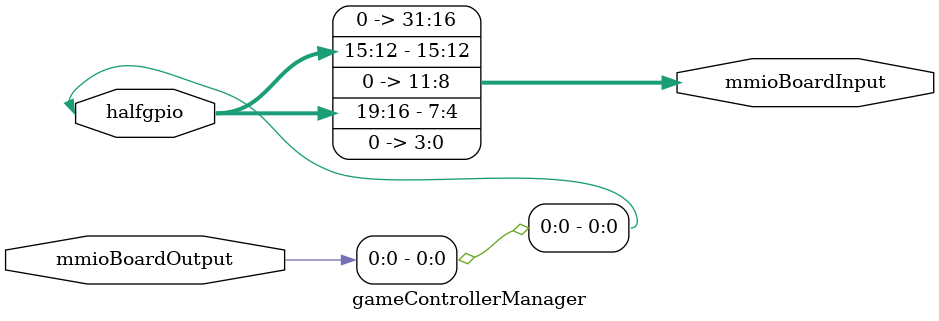
<source format=v>
module gameControllerManager(mmioBoardOutput, mmioBoardInput, halfgpio);
	inout[19:0] halfgpio;
	input[31:0] mmioBoardOutput;
	output[31:0] mmioBoardInput;
	
	assign mmioBoardInput[7:4] = halfgpio[19:16];
	assign mmioBoardInput[3:0] = 4'b0;
	assign mmioBoardInput[15:12] = halfgpio[15:12];
	assign mmioBoardInput[11:8] = 4'b0;
	
	assign mmioBoardInput[31:16] = 16'b0; //TODO rest of controller inputs
	
	assign halfgpio[0] = mmioBoardOutput[0];

endmodule

</source>
